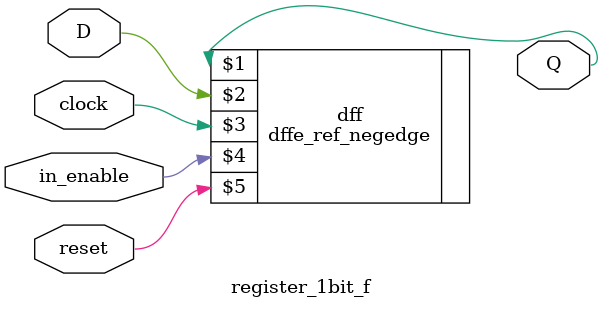
<source format=v>
module register_1bit_f (
    clock,
    reset,
    in_enable,
    D,
    Q
);

    input clock, reset, in_enable;
    input D;
    output Q;

    // Instantiate a single DFF for 1-bit storage
    dffe_ref_negedge dff (Q, D, clock, in_enable, reset);

endmodule

</source>
